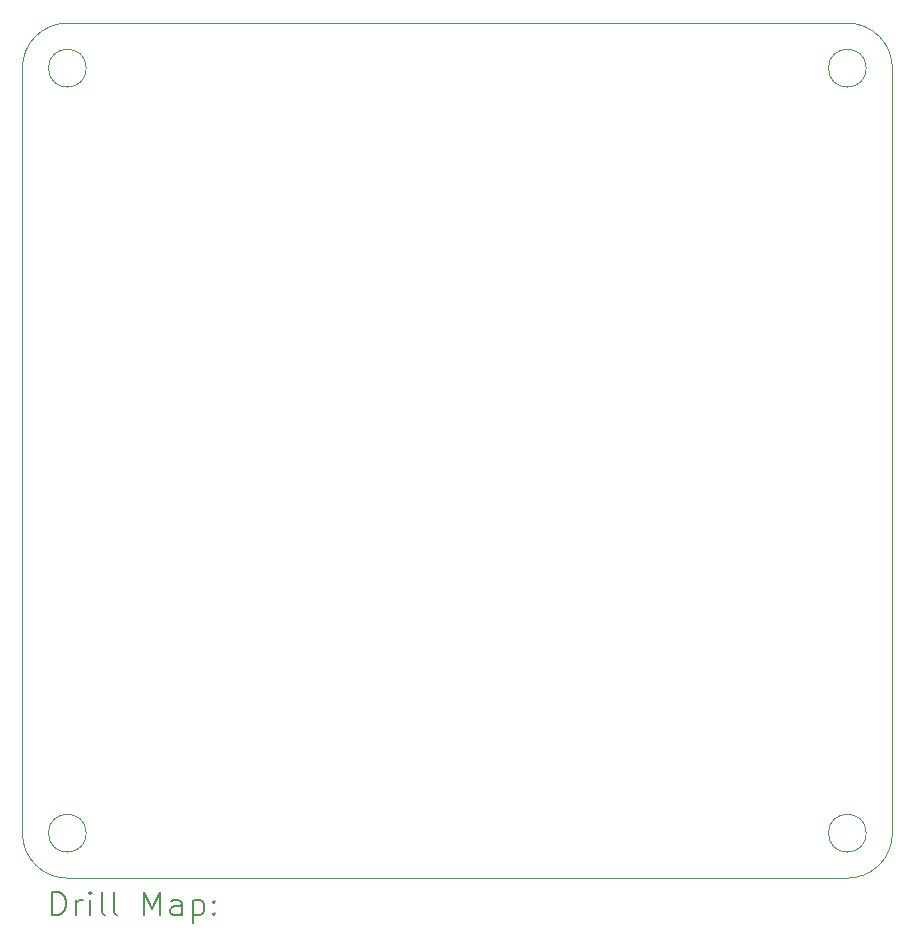
<source format=gbr>
%TF.GenerationSoftware,KiCad,Pcbnew,(6.0.8)*%
%TF.CreationDate,2024-02-14T20:35:23-05:00*%
%TF.ProjectId,boat,626f6174-2e6b-4696-9361-645f70636258,rev?*%
%TF.SameCoordinates,Original*%
%TF.FileFunction,Drillmap*%
%TF.FilePolarity,Positive*%
%FSLAX45Y45*%
G04 Gerber Fmt 4.5, Leading zero omitted, Abs format (unit mm)*
G04 Created by KiCad (PCBNEW (6.0.8)) date 2024-02-14 20:35:23*
%MOMM*%
%LPD*%
G01*
G04 APERTURE LIST*
%ADD10C,0.100000*%
%ADD11C,0.200000*%
G04 APERTURE END LIST*
D10*
X11811000Y-12954000D02*
G75*
G03*
X12192000Y-13335000I381000J0D01*
G01*
X19177000Y-6477000D02*
G75*
G03*
X18796000Y-6096000I-381000J0D01*
G01*
X12192000Y-6096000D02*
X18796000Y-6096000D01*
X12352000Y-6477000D02*
G75*
G03*
X12352000Y-6477000I-160000J0D01*
G01*
X19177000Y-12954000D02*
X19177000Y-6477000D01*
X18796000Y-13335000D02*
X12192000Y-13335000D01*
X12192000Y-6096000D02*
G75*
G03*
X11811000Y-6477000I0J-381000D01*
G01*
X18956000Y-12954000D02*
G75*
G03*
X18956000Y-12954000I-160000J0D01*
G01*
X11811000Y-6477000D02*
X11811000Y-12954000D01*
X18956000Y-6477000D02*
G75*
G03*
X18956000Y-6477000I-160000J0D01*
G01*
X12352000Y-12954000D02*
G75*
G03*
X12352000Y-12954000I-160000J0D01*
G01*
X18796000Y-13335000D02*
G75*
G03*
X19177000Y-12954000I0J381000D01*
G01*
D11*
X12063619Y-13650476D02*
X12063619Y-13450476D01*
X12111238Y-13450476D01*
X12139809Y-13460000D01*
X12158857Y-13479048D01*
X12168381Y-13498095D01*
X12177905Y-13536190D01*
X12177905Y-13564762D01*
X12168381Y-13602857D01*
X12158857Y-13621905D01*
X12139809Y-13640952D01*
X12111238Y-13650476D01*
X12063619Y-13650476D01*
X12263619Y-13650476D02*
X12263619Y-13517143D01*
X12263619Y-13555238D02*
X12273143Y-13536190D01*
X12282667Y-13526667D01*
X12301714Y-13517143D01*
X12320762Y-13517143D01*
X12387428Y-13650476D02*
X12387428Y-13517143D01*
X12387428Y-13450476D02*
X12377905Y-13460000D01*
X12387428Y-13469524D01*
X12396952Y-13460000D01*
X12387428Y-13450476D01*
X12387428Y-13469524D01*
X12511238Y-13650476D02*
X12492190Y-13640952D01*
X12482667Y-13621905D01*
X12482667Y-13450476D01*
X12616000Y-13650476D02*
X12596952Y-13640952D01*
X12587428Y-13621905D01*
X12587428Y-13450476D01*
X12844571Y-13650476D02*
X12844571Y-13450476D01*
X12911238Y-13593333D01*
X12977905Y-13450476D01*
X12977905Y-13650476D01*
X13158857Y-13650476D02*
X13158857Y-13545714D01*
X13149333Y-13526667D01*
X13130286Y-13517143D01*
X13092190Y-13517143D01*
X13073143Y-13526667D01*
X13158857Y-13640952D02*
X13139809Y-13650476D01*
X13092190Y-13650476D01*
X13073143Y-13640952D01*
X13063619Y-13621905D01*
X13063619Y-13602857D01*
X13073143Y-13583809D01*
X13092190Y-13574286D01*
X13139809Y-13574286D01*
X13158857Y-13564762D01*
X13254095Y-13517143D02*
X13254095Y-13717143D01*
X13254095Y-13526667D02*
X13273143Y-13517143D01*
X13311238Y-13517143D01*
X13330286Y-13526667D01*
X13339809Y-13536190D01*
X13349333Y-13555238D01*
X13349333Y-13612381D01*
X13339809Y-13631428D01*
X13330286Y-13640952D01*
X13311238Y-13650476D01*
X13273143Y-13650476D01*
X13254095Y-13640952D01*
X13435048Y-13631428D02*
X13444571Y-13640952D01*
X13435048Y-13650476D01*
X13425524Y-13640952D01*
X13435048Y-13631428D01*
X13435048Y-13650476D01*
X13435048Y-13526667D02*
X13444571Y-13536190D01*
X13435048Y-13545714D01*
X13425524Y-13536190D01*
X13435048Y-13526667D01*
X13435048Y-13545714D01*
M02*

</source>
